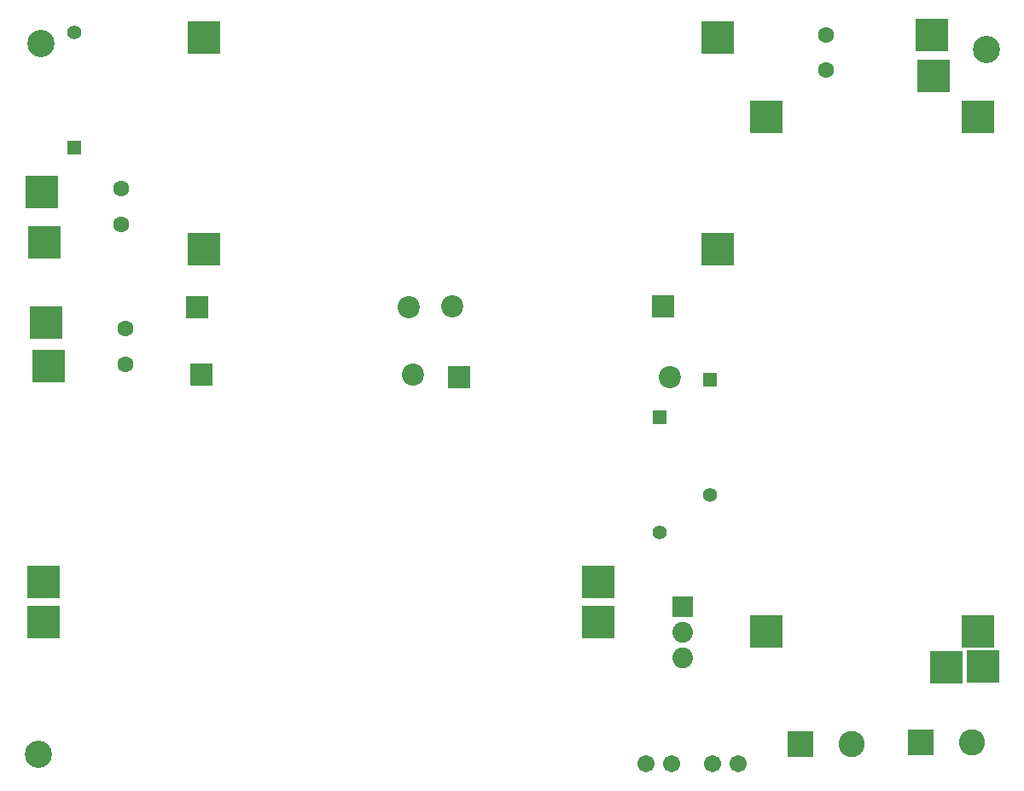
<source format=gts>
G04*
G04 #@! TF.GenerationSoftware,Altium Limited,Altium Designer,24.1.2 (44)*
G04*
G04 Layer_Color=8388736*
%FSLAX44Y44*%
%MOMM*%
G71*
G04*
G04 #@! TF.SameCoordinates,45874381-32F6-40E1-B25F-84CDE6F57C9E*
G04*
G04*
G04 #@! TF.FilePolarity,Negative*
G04*
G01*
G75*
%ADD18C,2.7032*%
%ADD19R,3.2032X3.2032*%
%ADD20R,3.2032X3.2032*%
%ADD21C,2.2000*%
%ADD22R,2.2000X2.2000*%
%ADD23C,1.6032*%
%ADD24C,1.7032*%
%ADD25C,1.3970*%
%ADD26R,1.3970X1.3970*%
%ADD27C,2.6032*%
%ADD28R,2.6032X2.6032*%
%ADD29C,2.0500*%
%ADD30R,2.0500X2.0500*%
D18*
X21500Y54750D02*
D03*
X24500Y760500D02*
D03*
X962250Y754000D02*
D03*
D19*
X577250Y186250D02*
D03*
Y226250D02*
D03*
X27250D02*
D03*
Y186250D02*
D03*
X908000Y768750D02*
D03*
X695750Y556500D02*
D03*
Y766500D02*
D03*
X185750Y556500D02*
D03*
Y766500D02*
D03*
X923000Y141250D02*
D03*
X959000Y142250D02*
D03*
X910250Y728250D02*
D03*
X27500Y563000D02*
D03*
X25500Y612750D02*
D03*
X31750Y440000D02*
D03*
X29750Y483500D02*
D03*
D20*
X743750Y177250D02*
D03*
X953750D02*
D03*
X743750Y687250D02*
D03*
X953750D02*
D03*
D21*
X648450Y429500D02*
D03*
X432550Y499500D02*
D03*
X388950Y498250D02*
D03*
X393200Y432000D02*
D03*
D22*
X439050Y429500D02*
D03*
X641950Y499500D02*
D03*
X179550Y498250D02*
D03*
X183800Y432000D02*
D03*
D23*
X803250Y733750D02*
D03*
Y768750D02*
D03*
X103750Y581000D02*
D03*
Y616000D02*
D03*
X108000Y477250D02*
D03*
Y442250D02*
D03*
D24*
X716200Y45750D02*
D03*
X690800D02*
D03*
X649700D02*
D03*
X624300D02*
D03*
D25*
X57250Y771550D02*
D03*
X638000Y274950D02*
D03*
X688500Y312200D02*
D03*
D26*
X57250Y657250D02*
D03*
X638000Y389250D02*
D03*
X688500Y426500D02*
D03*
D27*
X948550Y67000D02*
D03*
X828750Y65000D02*
D03*
D28*
X897750Y67000D02*
D03*
X777950Y65000D02*
D03*
D29*
X661250Y150700D02*
D03*
Y176100D02*
D03*
D30*
Y201500D02*
D03*
M02*

</source>
